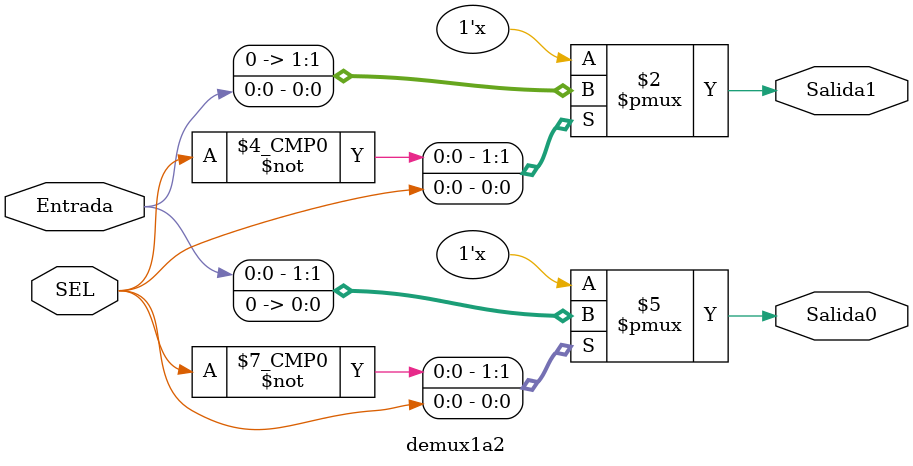
<source format=v>
module demux1a2 #(parameter ANCHO=1)(
input [ANCHO-1:0] Entrada,
input SEL,
output reg [ANCHO-1:0] Salida0, Salida1 
);

always @(*) begin
case (SEL)
    0: begin
    Salida0=Entrada;
    Salida1=0;
    end
    1: begin
    Salida1=Entrada;
    Salida0=0;
    end
    default: Salida1=Entrada;
endcase
end

endmodule
</source>
